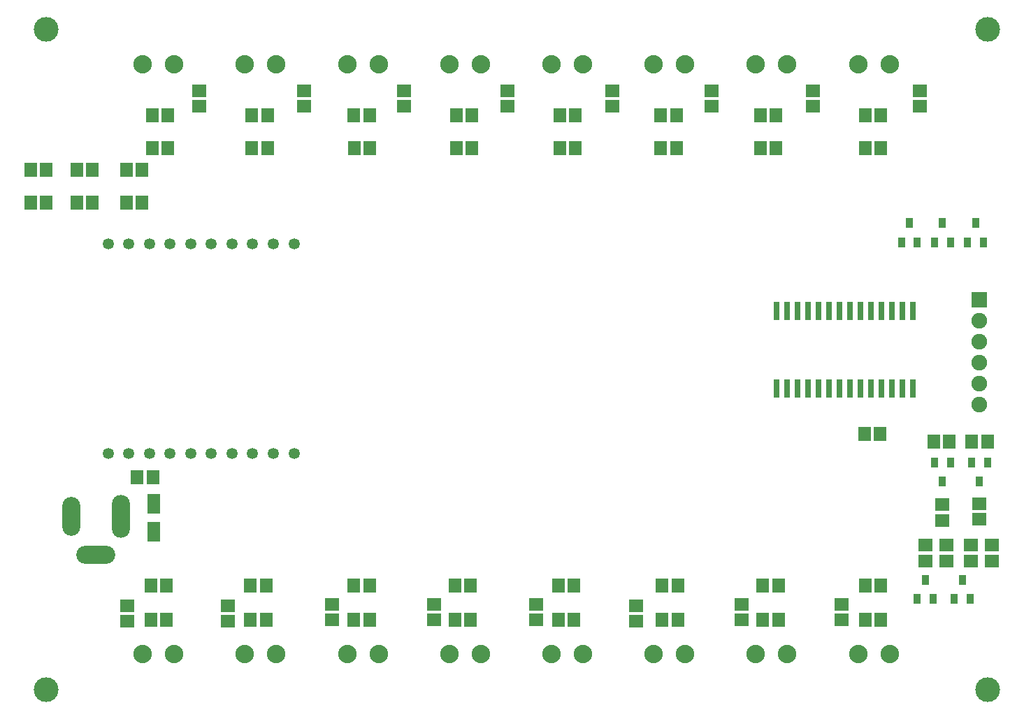
<source format=gbr>
G04 DipTrace 3.3.1.3*
G04 TopMask.gbr*
%MOIN*%
G04 #@! TF.FileFunction,Soldermask,Top*
G04 #@! TF.Part,Single*
%ADD37C,0.11811*%
%ADD44C,0.053031*%
%ADD46R,0.031654X0.086772*%
%ADD48C,0.088031*%
%ADD50R,0.067087X0.059213*%
%ADD52O,0.185197X0.086772*%
%ADD54O,0.086772X0.204882*%
%ADD56O,0.086772X0.185197*%
%ADD58C,0.074961*%
%ADD60R,0.074961X0.074961*%
%ADD62R,0.033622X0.04937*%
%ADD64R,0.06315X0.096614*%
%ADD66R,0.059213X0.067087*%
%FSLAX26Y26*%
G04*
G70*
G90*
G75*
G01*
G04 TopMask*
%LPD*%
D66*
X4527874Y1732598D3*
X4453071D3*
X984567Y1525906D3*
X1059370D3*
D64*
X1063307Y1397953D3*
Y1264094D3*
D66*
X1131319Y3250266D3*
X1056516D3*
X1606319D3*
X1531516D3*
X2093819Y3250265D3*
X2019016D3*
X2581319Y3250266D3*
X2506516D3*
X3075070D3*
X3000266D3*
X3556319D3*
X3481516D3*
X4031319Y3250265D3*
X3956516D3*
X4531319Y3250266D3*
X4456516D3*
X1050266Y844016D3*
X1125070D3*
X1525276D3*
X1600079D3*
X2019016D3*
X2093819D3*
X2500266D3*
X2575070D3*
X2994016D3*
X3068819D3*
X3487776D3*
X3562579D3*
X3969016D3*
X4043819D3*
X4456535D3*
X4531339D3*
D62*
X4787717Y2645984D3*
X4862520D3*
X4825118Y2736535D3*
X4945197Y2645984D3*
X5020000D3*
X4982598Y2736535D3*
X4630236Y2645984D3*
X4705039D3*
X4667638Y2736535D3*
D60*
X4999676Y2370394D3*
D58*
Y2270394D3*
Y2170394D3*
Y2070394D3*
Y1970394D3*
Y1870394D3*
D56*
X669606Y1338898D3*
D54*
X905827D3*
D52*
X787717Y1153858D3*
D66*
X1008189Y2992441D3*
X933386D3*
X771969D3*
X697165D3*
X551496D3*
X476693D3*
D62*
X5039685Y1594803D3*
X4964882D3*
X5002283Y1504252D3*
X4862520Y1594803D3*
X4787717D3*
X4825118Y1504252D3*
X4882205Y945197D3*
X4957008D3*
X4919606Y1035748D3*
X4705039Y945197D3*
X4779843D3*
X4742441Y1035748D3*
D50*
X1281516Y3369016D3*
Y3294213D3*
X1781535Y3369016D3*
Y3294213D3*
X2256535Y3369016D3*
Y3294213D3*
X2750276Y3369016D3*
Y3294213D3*
X3250265Y3369016D3*
Y3294213D3*
X3725266Y3369016D3*
Y3294213D3*
X4206516Y3369016D3*
Y3294213D3*
X4719016Y3369016D3*
Y3294213D3*
X937766Y837766D3*
Y912570D3*
X1419016Y837766D3*
Y912570D3*
X1912766Y844016D3*
Y918819D3*
X2400265Y844016D3*
Y918819D3*
X2887766Y844016D3*
Y918819D3*
X3362766Y837766D3*
Y912570D3*
X3869016Y844016D3*
Y918819D3*
X4344016Y844016D3*
Y918819D3*
D66*
X551496Y2834961D3*
X476693D3*
X5039685Y1693228D3*
X4964882D3*
D50*
X5000315Y1323150D3*
Y1397953D3*
D66*
X4858583Y1693228D3*
X4783780D3*
D50*
X4823150Y1319213D3*
Y1394016D3*
X5059370Y1201102D3*
Y1126299D3*
X4960945Y1201102D3*
Y1126299D3*
X4842835Y1201102D3*
Y1126299D3*
X4744409Y1201102D3*
Y1126299D3*
D66*
X771969Y2834961D3*
X697165D3*
X1008189D3*
X933386D3*
X1056516Y3094016D3*
X1131319D3*
X1606319D3*
X1531516D3*
X2094016D3*
X2019213D3*
X2581319D3*
X2506516D3*
X3075070D3*
X3000266D3*
X3556319D3*
X3481516D3*
X4031319D3*
X3956516D3*
X4531319D3*
X4456516D3*
X1050266Y1006516D3*
X1125070D3*
X1525266D3*
X1600070D3*
X2019016D3*
X2093819D3*
X2500247D3*
X2575050D3*
X2994016D3*
X3068819D3*
X3487766D3*
X3562570D3*
X3969016D3*
X4043819D3*
X4456516D3*
X4531319D3*
D48*
X1010650Y3493130D3*
X1160650D3*
X1498150D3*
X1648150D3*
X1987756Y3493150D3*
X2137756D3*
X2473150D3*
X2623150D3*
X2960650D3*
X3110650D3*
X3448150D3*
X3598150D3*
X3935650D3*
X4085650D3*
X4423150D3*
X4573150D3*
X1160630Y681496D3*
X1010630D3*
X1648150D3*
X1498150D3*
X2137756D3*
X1987756D3*
X2623150D3*
X2473150D3*
X3110630D3*
X2960630D3*
X3598150D3*
X3448150D3*
X4085630D3*
X3935630D3*
X4573150D3*
X4423150D3*
D46*
X4035748Y1949134D3*
X4085748D3*
X4135748D3*
X4185748D3*
X4235748D3*
X4285748D3*
X4335748D3*
X4385748D3*
X4435748D3*
X4485748D3*
X4535748D3*
X4585748D3*
X4635748D3*
X4685748D3*
Y2319213D3*
X4635748D3*
X4585748D3*
X4535748D3*
X4485748D3*
X4435748D3*
X4385748D3*
X4335748D3*
X4285748D3*
X4235748D3*
X4185748D3*
X4135748D3*
X4085748D3*
X4035748D3*
D44*
X1732598Y2638110D3*
X1634173D3*
X1535748D3*
X1437323D3*
X1338898D3*
X1240472D3*
X1142047D3*
X1043622D3*
X945197D3*
X846772D3*
X1732598Y1638110D3*
X1634173D3*
X1535748D3*
X1437323D3*
X1338898D3*
X1240472D3*
X1142047D3*
X1043622D3*
X945197D3*
X846772D3*
D37*
X551496Y3661732D3*
X5039685D3*
X551496Y512126D3*
X5039685D3*
M02*

</source>
